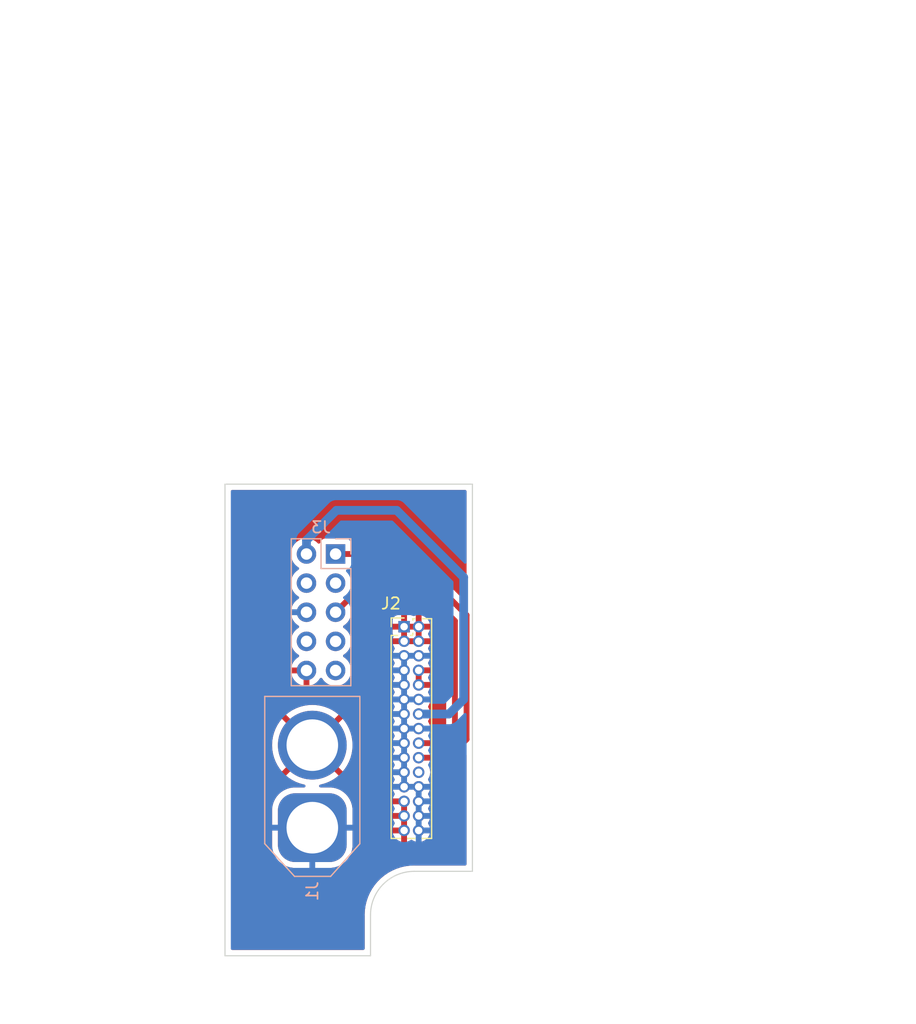
<source format=kicad_pcb>
(kicad_pcb (version 20211014) (generator pcbnew)
  (layers (0 "F.Cu" signal) (31 "B.Cu" signal) (34 "B.Paste" user) (35 "F.Paste" user) (36 "B.SilkS" user "B.Silkscreen") (37 "F.SilkS" user "F.Silkscreen") (38 "B.Mask" user) (39 "F.Mask" user) (44 "Edge.Cuts" user))
  (net 0 "")
  (net 1 "+28V")
  (net 2 "GND")
  (net 3 "/scl")
  (net 4 "/sda")
  (net 5 "VCC")
  (net 7 "/ptt")
  (footprint "Connector_PinHeader_1.27mm:PinHeader_2x15_P1.27mm_Vertical" (layer "F.Cu") (at 165.745 121.148)
    (fp_text reference "J2" (at -1.153 -2.022) (layer "F.SilkS"))
    (fp_text value "UMTS POWER")
    (fp_line (start -1.13 0) (end -1.13 -0.76) (layer "F.SilkS") (width 0.12))
    (fp_line (start 1.57753 -0.695) (end 2.4 -0.695) (layer "F.SilkS") (width 0.12))
    (fp_line (start 0.30753 18.475) (end 0.96247 18.475) (layer "F.SilkS") (width 0.12))
    (fp_line (start 0.76 0.706529) (end 0.76 0.563471) (layer "F.SilkS") (width 0.12))
    (fp_line (start 1.57753 18.475) (end 2.4 18.475) (layer "F.SilkS") (width 0.12))
    (fp_line (start 0.76 -0.695) (end 0.96247 -0.695) (layer "F.SilkS") (width 0.12))
    (fp_line (start -1.13 -0.76) (end 0 -0.76) (layer "F.SilkS") (width 0.12))
    (fp_line (start -1.13 0.76) (end -1.13 18.475) (layer "F.SilkS") (width 0.12))
    (fp_line (start -1.13 0.76) (end -0.563471 0.76) (layer "F.SilkS") (width 0.12))
    (fp_line (start 2.4 -0.695) (end 2.4 18.475) (layer "F.SilkS") (width 0.12))
    (fp_line (start 0.76 -0.563471) (end 0.76 -0.695) (layer "F.SilkS") (width 0.12))
    (fp_line (start -1.13 18.475) (end -0.30753 18.475) (layer "F.SilkS") (width 0.12))
    (fp_line (start 0.563471 0.76) (end 0.706529 0.76) (layer "F.SilkS") (width 0.12))
    (pad "1" thru_hole rect (at 0 0) (size 1 1) (drill 0.65) (layers *.Cu *.Mask) (net 1 "+28V"))
    (pad "2" thru_hole oval (at 1.27 0) (size 1 1) (drill 0.65) (layers *.Cu *.Mask) (net 1 "+28V"))
    (pad "3" thru_hole oval (at 0 1.27) (size 1 1) (drill 0.65) (layers *.Cu *.Mask) (net 1 "+28V"))
    (pad "4" thru_hole oval (at 1.27 1.27) (size 1 1) (drill 0.65) (layers *.Cu *.Mask) (net 1 "+28V"))
    (pad "5" thru_hole oval (at 0 2.54) (size 1 1) (drill 0.65) (layers *.Cu *.Mask) (net 2 "GND"))
    (pad "6" thru_hole oval (at 1.27 2.54) (size 1 1) (drill 0.65) (layers *.Cu *.Mask) (net 2 "GND"))
    (pad "7" thru_hole oval (at 0 3.81) (size 1 1) (drill 0.65) (layers *.Cu *.Mask) (net 2 "GND"))
    (pad "8" thru_hole oval (at 1.27 3.81) (size 1 1) (drill 0.65) (layers *.Cu *.Mask) (net 1 "+28V"))
    (pad "9" thru_hole oval (at 0 5.08) (size 1 1) (drill 0.65) (layers *.Cu *.Mask) (net 2 "GND"))
    (pad "10" thru_hole oval (at 1.27 5.08) (size 1 1) (drill 0.65) (layers *.Cu *.Mask) (net 1 "+28V"))
    (pad "11" thru_hole oval (at 0 6.35) (size 1 1) (drill 0.65) (layers *.Cu *.Mask) (net 2 "GND"))
    (pad "12" thru_hole oval (at 1.27 6.35) (size 1 1) (drill 0.65) (layers *.Cu *.Mask) (net 2 "GND"))
    (pad "13" thru_hole oval (at 0 7.62) (size 1 1) (drill 0.65) (layers *.Cu *.Mask) (net 2 "GND"))
    (pad "14" thru_hole oval (at 1.27 7.62) (size 1 1) (drill 0.65) (layers *.Cu *.Mask) (net 5 "VCC"))
    (pad "15" thru_hole oval (at 0 8.89) (size 1 1) (drill 0.65) (layers *.Cu *.Mask) (net 2 "GND"))
    (pad "16" thru_hole oval (at 1.27 8.89) (size 1 1) (drill 0.65) (layers *.Cu *.Mask) (net 2 "GND"))
    (pad "17" thru_hole oval (at 0 10.16) (size 1 1) (drill 0.65) (layers *.Cu *.Mask) (net 2 "GND"))
    (pad "18" thru_hole oval (at 1.27 10.16) (size 1 1) (drill 0.65) (layers *.Cu *.Mask) (net 3 "/scl"))
    (pad "19" thru_hole oval (at 0 11.43) (size 1 1) (drill 0.65) (layers *.Cu *.Mask) (net 2 "GND"))
    (pad "20" thru_hole oval (at 1.27 11.43) (size 1 1) (drill 0.65) (layers *.Cu *.Mask) (net 4 "/sda"))
    (pad "21" thru_hole oval (at 0 12.7) (size 1 1) (drill 0.65) (layers *.Cu *.Mask) (net 2 "GND"))
    (pad "22" thru_hole oval (at 1.27 12.7) (size 1 1) (drill 0.65) (layers *.Cu *.Mask))
    (pad "23" thru_hole oval (at 0 13.97) (size 1 1) (drill 0.65) (layers *.Cu *.Mask) (net 2 "GND"))
    (pad "24" thru_hole oval (at 1.27 13.97) (size 1 1) (drill 0.65) (layers *.Cu *.Mask) (net 2 "GND"))
    (pad "25" thru_hole oval (at 0 15.24) (size 1 1) (drill 0.65) (layers *.Cu *.Mask) (net 1 "+28V"))
    (pad "26" thru_hole oval (at 1.27 15.24) (size 1 1) (drill 0.65) (layers *.Cu *.Mask) (net 2 "GND"))
    (pad "27" thru_hole oval (at 0 16.51) (size 1 1) (drill 0.65) (layers *.Cu *.Mask) (net 1 "+28V"))
    (pad "28" thru_hole oval (at 1.27 16.51) (size 1 1) (drill 0.65) (layers *.Cu *.Mask) (net 2 "GND"))
    (pad "29" thru_hole oval (at 0 17.78) (size 1 1) (drill 0.65) (layers *.Cu *.Mask) (net 1 "+28V"))
    (pad "30" thru_hole oval (at 1.27 17.78) (size 1 1) (drill 0.65) (layers *.Cu *.Mask) (net 2 "GND"))
  )
  (footprint "Connector_PinHeader_2.54mm:PinHeader_2x05_P2.54mm_Vertical" (layer "B.Cu") (at 159.766 114.808 180)
    (fp_text reference "J3" (at 1.27 2.33) (layer "B.SilkS") (effects (justify mirror)))
    (fp_text value "Telemetry")
    (fp_line (start 3.87 1.33) (end 3.87 -11.49) (layer "B.SilkS") (width 0.12))
    (fp_line (start 1.27 1.33) (end 3.87 1.33) (layer "B.SilkS") (width 0.12))
    (fp_line (start -1.33 1.33) (end 0 1.33) (layer "B.SilkS") (width 0.12))
    (fp_line (start 1.27 -1.27) (end 1.27 1.33) (layer "B.SilkS") (width 0.12))
    (fp_line (start -1.33 -1.27) (end 1.27 -1.27) (layer "B.SilkS") (width 0.12))
    (fp_line (start -1.33 -11.49) (end 3.87 -11.49) (layer "B.SilkS") (width 0.12))
    (fp_line (start -1.33 0) (end -1.33 1.33) (layer "B.SilkS") (width 0.12))
    (fp_line (start -1.33 -1.27) (end -1.33 -11.49) (layer "B.SilkS") (width 0.12))
    (pad "1" thru_hole rect (at 0 0 180) (size 1.7 1.7) (drill 1) (layers *.Cu *.Mask) (net 4 "/sda"))
    (pad "2" thru_hole oval (at 2.54 0 180) (size 1.7 1.7) (drill 1) (layers *.Cu *.Mask) (net 5 "VCC"))
    (pad "3" thru_hole oval (at 0 -2.54 180) (size 1.7 1.7) (drill 1) (layers *.Cu *.Mask))
    (pad "4" thru_hole oval (at 2.54 -2.54 180) (size 1.7 1.7) (drill 1) (layers *.Cu *.Mask))
    (pad "5" thru_hole oval (at 0 -5.08 180) (size 1.7 1.7) (drill 1) (layers *.Cu *.Mask) (net 3 "/scl"))
    (pad "6" thru_hole oval (at 2.54 -5.08 180) (size 1.7 1.7) (drill 1) (layers *.Cu *.Mask) (net 2 "GND"))
    (pad "7" thru_hole oval (at 0 -7.62 180) (size 1.7 1.7) (drill 1) (layers *.Cu *.Mask))
    (pad "8" thru_hole oval (at 2.54 -7.62 180) (size 1.7 1.7) (drill 1) (layers *.Cu *.Mask))
    (pad "9" thru_hole oval (at 0 -10.16 180) (size 1.7 1.7) (drill 1) (layers *.Cu *.Mask) (net 7 "/ptt"))
    (pad "10" thru_hole oval (at 2.54 -10.16 180) (size 1.7 1.7) (drill 1) (layers *.Cu *.Mask) (net 1 "+28V"))
  )
  (footprint "Connector_AMASS:AMASS_XT60-F_1x02_P7.20mm_Vertical" (layer "B.Cu") (at 157.734 138.684 90)
    (fp_text reference "J1" (at -5.544 0 90) (layer "B.SilkS") (effects (justify mirror)))
    (fp_text value "POWER IN")
    (fp_line (start 11.45 -4.15) (end 11.45 4.15) (layer "B.SilkS") (width 0.12))
    (fp_line (start -4.25 -1.55) (end -1.4 -4.15) (layer "B.SilkS") (width 0.12))
    (fp_line (start -1.4 -4.15) (end 11.45 -4.15) (layer "B.SilkS") (width 0.12))
    (fp_line (start 11.45 4.15) (end -1.4 4.15) (layer "B.SilkS") (width 0.12))
    (fp_line (start -1.4 4.15) (end -4.25 1.6) (layer "B.SilkS") (width 0.12))
    (fp_line (start -4.25 1.6) (end -4.25 -1.55) (layer "B.SilkS") (width 0.12))
    (pad "1" thru_hole roundrect (at 0 0 90) (size 6 6) (drill 4.5) (layers *.Cu *.Mask) (net 2 "GND"))
    (pad "2" thru_hole circle (at 7.2 0 90) (size 6 6) (drill 4.5) (layers *.Cu *.Mask) (net 1 "+28V"))
  )
  (gr_arc (start 162.814 146.304) (mid 163.929923 143.609923) (end 166.624 142.494) (layer "Edge.Cuts") (width 0.1))
  (gr_line (start 166.624 142.494) (end 171.704 142.494) (layer "Edge.Cuts") (width 0.1))
  (gr_line (start 162.814 149.86) (end 150.114 149.86) (layer "Edge.Cuts") (width 0.1))
  (gr_line (start 171.704 108.712) (end 150.114 108.712) (layer "Edge.Cuts") (width 0.1))
  (gr_line (start 171.704 142.494) (end 171.704 108.712) (layer "Edge.Cuts") (width 0.1))
  (gr_line (start 162.814 146.304) (end 162.814 149.86) (layer "Edge.Cuts") (width 0.1))
  (gr_line (start 150.114 108.712) (end 150.114 149.86) (layer "Edge.Cuts") (width 0.1))
  (segment (start 162.052 117.602) (end 159.766 119.888) (width 0.508) (layer "F.Cu") (net 3))
  (segment (start 170.18 130.556) (end 170.18 120.65) (width 0.508) (layer "F.Cu") (net 3))
  (segment (start 167.015 131.308) (end 169.428 131.308) (width 0.508) (layer "F.Cu") (net 3))
  (segment (start 170.18 120.65) (end 167.132 117.602) (width 0.508) (layer "F.Cu") (net 3))
  (segment (start 167.132 117.602) (end 162.052 117.602) (width 0.508) (layer "F.Cu") (net 3))
  (segment (start 169.428 131.308) (end 170.18 130.556) (width 0.508) (layer "F.Cu") (net 3))
  (segment (start 171.19552 120.14152) (end 165.862 114.808) (width 0.508) (layer "F.Cu") (net 4))
  (segment (start 171.19552 130.976642) (end 171.19552 120.14152) (width 0.508) (layer "F.Cu") (net 4))
  (segment (start 165.862 114.808) (end 159.766 114.808) (width 0.508) (layer "F.Cu") (net 4))
  (segment (start 169.594162 132.578) (end 171.19552 130.976642) (width 0.508) (layer "F.Cu") (net 4))
  (segment (start 167.015 132.578) (end 169.594162 132.578) (width 0.508) (layer "F.Cu") (net 4))
  (segment (start 157.226 113.605919) (end 157.226 114.808) (width 0.762) (layer "B.Cu") (net 5))
  (segment (start 165.1 110.998) (end 159.833919 110.998) (width 0.762) (layer "B.Cu") (net 5))
  (segment (start 159.833919 110.998) (end 157.226 113.605919) (width 0.762) (layer "B.Cu") (net 5))
  (segment (start 170.942 116.84) (end 170.942 127.508) (width 0.762) (layer "B.Cu") (net 5))
  (segment (start 170.922 127.508) (end 170.942 127.508) (width 0.508) (layer "B.Cu") (net 5))
  (segment (start 169.662 128.768) (end 170.922 127.508) (width 0.762) (layer "B.Cu") (net 5))
  (segment (start 165.1 110.998) (end 170.942 116.84) (width 0.762) (layer "B.Cu") (net 5))
  (segment (start 167.015 128.768) (end 169.662 128.768) (width 0.762) (layer "B.Cu") (net 5))
  (zone (net 1) (net_name "+28V") (layer "F.Cu") (connect_pads (clearance 0.508)) (min_thickness 0.254) (fill yes (thermal_gap 0.508) (thermal_bridge_width 0.508))
    (polygon (pts (xy 173.736 149.86) (xy 130.556 149.86) (xy 130.556 78.74) (xy 173.736 78.74)))
  )
  (zone (net 2) (net_name "GND") (layer "B.Cu") (connect_pads (clearance 0.508)) (min_thickness 0.254) (fill yes (thermal_gap 0.508) (thermal_bridge_width 0.508))
    (polygon (pts (xy 173.736 149.86) (xy 130.556 149.86) (xy 130.556 78.74) (xy 173.736 78.74)))
  )
)
</source>
